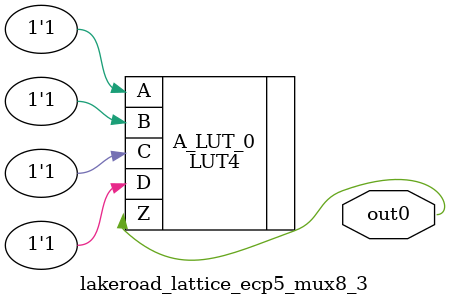
<source format=v>

/* Generated by Yosys 0.19 (git sha1 a45c131b37c, clang 13.1.6 -fPIC -Os) */

module lakeroad_lattice_ecp5_mux8_3(out0);
  wire _0_;
  wire _1_;
  wire _2_;
  wire _3_;
  wire _4_;
  wire _5_;
  wire _6_;
  output out0;
  wire out0;
  LUT4 #(
    .INIT(16'h8000)
  ) A_LUT_0 (
    .A(1'h1),
    .B(1'h1),
    .C(1'h1),
    .D(1'h1),
    .Z(out0)
  );
  LUT4 #(
    .INIT(16'h0000)
  ) B_LUT_1 (
    .A(1'h1),
    .B(1'h1),
    .C(1'h1),
    .D(1'h1),
    .Z(_6_)
  );
  LUT4 #(
    .INIT(16'h0000)
  ) C_LUT_2 (
    .A(1'h1),
    .B(1'h1),
    .C(1'h1),
    .D(1'h1),
    .Z(_5_)
  );
  LUT4 #(
    .INIT(16'h0000)
  ) D_LUT_3 (
    .A(1'h1),
    .B(1'h1),
    .C(1'h1),
    .D(1'h1),
    .Z(_4_)
  );
  LUT4 #(
    .INIT(16'h0000)
  ) E_LUT_4 (
    .A(1'h1),
    .B(1'h1),
    .C(1'h1),
    .D(1'h1),
    .Z(_3_)
  );
  LUT4 #(
    .INIT(16'h0000)
  ) F_LUT_5 (
    .A(1'h1),
    .B(1'h1),
    .C(1'h1),
    .D(1'h1),
    .Z(_2_)
  );
  LUT4 #(
    .INIT(16'h0000)
  ) G_LUT_6 (
    .A(1'h1),
    .B(1'h1),
    .C(1'h1),
    .D(1'h1),
    .Z(_1_)
  );
  LUT4 #(
    .INIT(16'h0000)
  ) H_LUT_7 (
    .A(1'h1),
    .B(1'h1),
    .C(1'h1),
    .D(1'h1),
    .Z(_0_)
  );
endmodule


</source>
